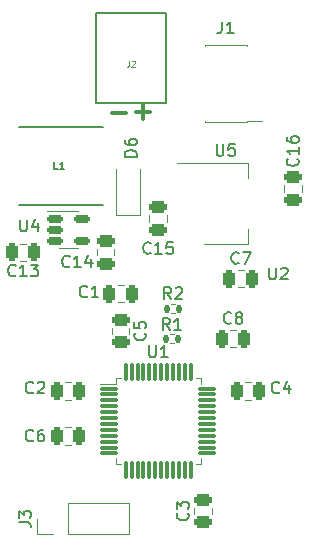
<source format=gto>
%TF.GenerationSoftware,KiCad,Pcbnew,(6.0.2)*%
%TF.CreationDate,2023-04-19T08:06:41-04:00*%
%TF.ProjectId,skydiving-altimeter,736b7964-6976-4696-9e67-2d616c74696d,rev?*%
%TF.SameCoordinates,Original*%
%TF.FileFunction,Legend,Top*%
%TF.FilePolarity,Positive*%
%FSLAX46Y46*%
G04 Gerber Fmt 4.6, Leading zero omitted, Abs format (unit mm)*
G04 Created by KiCad (PCBNEW (6.0.2)) date 2023-04-19 08:06:41*
%MOMM*%
%LPD*%
G01*
G04 APERTURE LIST*
G04 Aperture macros list*
%AMRoundRect*
0 Rectangle with rounded corners*
0 $1 Rounding radius*
0 $2 $3 $4 $5 $6 $7 $8 $9 X,Y pos of 4 corners*
0 Add a 4 corners polygon primitive as box body*
4,1,4,$2,$3,$4,$5,$6,$7,$8,$9,$2,$3,0*
0 Add four circle primitives for the rounded corners*
1,1,$1+$1,$2,$3*
1,1,$1+$1,$4,$5*
1,1,$1+$1,$6,$7*
1,1,$1+$1,$8,$9*
0 Add four rect primitives between the rounded corners*
20,1,$1+$1,$2,$3,$4,$5,0*
20,1,$1+$1,$4,$5,$6,$7,0*
20,1,$1+$1,$6,$7,$8,$9,0*
20,1,$1+$1,$8,$9,$2,$3,0*%
G04 Aperture macros list end*
%ADD10C,0.300000*%
%ADD11C,0.150000*%
%ADD12C,0.120000*%
%ADD13C,0.127000*%
%ADD14C,0.200000*%
%ADD15RoundRect,0.250000X-0.475000X0.250000X-0.475000X-0.250000X0.475000X-0.250000X0.475000X0.250000X0*%
%ADD16R,1.700000X1.700000*%
%ADD17O,1.700000X1.700000*%
%ADD18RoundRect,0.150000X-0.512500X-0.150000X0.512500X-0.150000X0.512500X0.150000X-0.512500X0.150000X0*%
%ADD19RoundRect,0.250000X0.250000X0.475000X-0.250000X0.475000X-0.250000X-0.475000X0.250000X-0.475000X0*%
%ADD20RoundRect,0.250000X-0.250000X-0.475000X0.250000X-0.475000X0.250000X0.475000X-0.250000X0.475000X0*%
%ADD21RoundRect,0.135000X-0.135000X-0.185000X0.135000X-0.185000X0.135000X0.185000X-0.135000X0.185000X0*%
%ADD22R,0.325000X0.300000*%
%ADD23R,0.300000X0.325000*%
%ADD24R,1.308000X1.308000*%
%ADD25C,1.308000*%
%ADD26R,2.350000X3.500000*%
%ADD27RoundRect,0.075000X-0.662500X-0.075000X0.662500X-0.075000X0.662500X0.075000X-0.662500X0.075000X0*%
%ADD28RoundRect,0.075000X-0.075000X-0.662500X0.075000X-0.662500X0.075000X0.662500X-0.075000X0.662500X0*%
%ADD29R,2.400000X0.740000*%
%ADD30R,1.100000X1.100000*%
%ADD31R,2.000000X1.500000*%
%ADD32R,2.000000X3.800000*%
%ADD33RoundRect,0.250000X0.475000X-0.250000X0.475000X0.250000X-0.475000X0.250000X-0.475000X-0.250000X0*%
G04 APERTURE END LIST*
D10*
X114236571Y-86975142D02*
X115379428Y-86975142D01*
X116252571Y-86869642D02*
X117395428Y-86869642D01*
X116824000Y-87441071D02*
X116824000Y-86298214D01*
D11*
%TO.C,C16*%
X129897142Y-90812857D02*
X129944761Y-90860476D01*
X129992380Y-91003333D01*
X129992380Y-91098571D01*
X129944761Y-91241428D01*
X129849523Y-91336666D01*
X129754285Y-91384285D01*
X129563809Y-91431904D01*
X129420952Y-91431904D01*
X129230476Y-91384285D01*
X129135238Y-91336666D01*
X129040000Y-91241428D01*
X128992380Y-91098571D01*
X128992380Y-91003333D01*
X129040000Y-90860476D01*
X129087619Y-90812857D01*
X129992380Y-89860476D02*
X129992380Y-90431904D01*
X129992380Y-90146190D02*
X128992380Y-90146190D01*
X129135238Y-90241428D01*
X129230476Y-90336666D01*
X129278095Y-90431904D01*
X128992380Y-89003333D02*
X128992380Y-89193809D01*
X129040000Y-89289047D01*
X129087619Y-89336666D01*
X129230476Y-89431904D01*
X129420952Y-89479523D01*
X129801904Y-89479523D01*
X129897142Y-89431904D01*
X129944761Y-89384285D01*
X129992380Y-89289047D01*
X129992380Y-89098571D01*
X129944761Y-89003333D01*
X129897142Y-88955714D01*
X129801904Y-88908095D01*
X129563809Y-88908095D01*
X129468571Y-88955714D01*
X129420952Y-89003333D01*
X129373333Y-89098571D01*
X129373333Y-89289047D01*
X129420952Y-89384285D01*
X129468571Y-89431904D01*
X129563809Y-89479523D01*
%TO.C,J3*%
X106342380Y-121618333D02*
X107056666Y-121618333D01*
X107199523Y-121665952D01*
X107294761Y-121761190D01*
X107342380Y-121904047D01*
X107342380Y-121999285D01*
X106342380Y-121237380D02*
X106342380Y-120618333D01*
X106723333Y-120951666D01*
X106723333Y-120808809D01*
X106770952Y-120713571D01*
X106818571Y-120665952D01*
X106913809Y-120618333D01*
X107151904Y-120618333D01*
X107247142Y-120665952D01*
X107294761Y-120713571D01*
X107342380Y-120808809D01*
X107342380Y-121094523D01*
X107294761Y-121189761D01*
X107247142Y-121237380D01*
%TO.C,U4*%
X106426095Y-95972380D02*
X106426095Y-96781904D01*
X106473714Y-96877142D01*
X106521333Y-96924761D01*
X106616571Y-96972380D01*
X106807047Y-96972380D01*
X106902285Y-96924761D01*
X106949904Y-96877142D01*
X106997523Y-96781904D01*
X106997523Y-95972380D01*
X107902285Y-96305714D02*
X107902285Y-96972380D01*
X107664190Y-95924761D02*
X107426095Y-96639047D01*
X108045142Y-96639047D01*
%TO.C,C4*%
X128357333Y-110593142D02*
X128309714Y-110640761D01*
X128166857Y-110688380D01*
X128071619Y-110688380D01*
X127928761Y-110640761D01*
X127833523Y-110545523D01*
X127785904Y-110450285D01*
X127738285Y-110259809D01*
X127738285Y-110116952D01*
X127785904Y-109926476D01*
X127833523Y-109831238D01*
X127928761Y-109736000D01*
X128071619Y-109688380D01*
X128166857Y-109688380D01*
X128309714Y-109736000D01*
X128357333Y-109783619D01*
X129214476Y-110021714D02*
X129214476Y-110688380D01*
X128976380Y-109640761D02*
X128738285Y-110355047D01*
X129357333Y-110355047D01*
%TO.C,C1*%
X112101333Y-102465142D02*
X112053714Y-102512761D01*
X111910857Y-102560380D01*
X111815619Y-102560380D01*
X111672761Y-102512761D01*
X111577523Y-102417523D01*
X111529904Y-102322285D01*
X111482285Y-102131809D01*
X111482285Y-101988952D01*
X111529904Y-101798476D01*
X111577523Y-101703238D01*
X111672761Y-101608000D01*
X111815619Y-101560380D01*
X111910857Y-101560380D01*
X112053714Y-101608000D01*
X112101333Y-101655619D01*
X113053714Y-102560380D02*
X112482285Y-102560380D01*
X112768000Y-102560380D02*
X112768000Y-101560380D01*
X112672761Y-101703238D01*
X112577523Y-101798476D01*
X112482285Y-101846095D01*
%TO.C,R1*%
X119088333Y-105327380D02*
X118755000Y-104851190D01*
X118516904Y-105327380D02*
X118516904Y-104327380D01*
X118897857Y-104327380D01*
X118993095Y-104375000D01*
X119040714Y-104422619D01*
X119088333Y-104517857D01*
X119088333Y-104660714D01*
X119040714Y-104755952D01*
X118993095Y-104803571D01*
X118897857Y-104851190D01*
X118516904Y-104851190D01*
X120040714Y-105327380D02*
X119469285Y-105327380D01*
X119755000Y-105327380D02*
X119755000Y-104327380D01*
X119659761Y-104470238D01*
X119564523Y-104565476D01*
X119469285Y-104613095D01*
%TO.C,C14*%
X110609142Y-99925142D02*
X110561523Y-99972761D01*
X110418666Y-100020380D01*
X110323428Y-100020380D01*
X110180571Y-99972761D01*
X110085333Y-99877523D01*
X110037714Y-99782285D01*
X109990095Y-99591809D01*
X109990095Y-99448952D01*
X110037714Y-99258476D01*
X110085333Y-99163238D01*
X110180571Y-99068000D01*
X110323428Y-99020380D01*
X110418666Y-99020380D01*
X110561523Y-99068000D01*
X110609142Y-99115619D01*
X111561523Y-100020380D02*
X110990095Y-100020380D01*
X111275809Y-100020380D02*
X111275809Y-99020380D01*
X111180571Y-99163238D01*
X111085333Y-99258476D01*
X110990095Y-99306095D01*
X112418666Y-99353714D02*
X112418666Y-100020380D01*
X112180571Y-98972761D02*
X111942476Y-99687047D01*
X112561523Y-99687047D01*
%TO.C,R2*%
X119213333Y-102687380D02*
X118880000Y-102211190D01*
X118641904Y-102687380D02*
X118641904Y-101687380D01*
X119022857Y-101687380D01*
X119118095Y-101735000D01*
X119165714Y-101782619D01*
X119213333Y-101877857D01*
X119213333Y-102020714D01*
X119165714Y-102115952D01*
X119118095Y-102163571D01*
X119022857Y-102211190D01*
X118641904Y-102211190D01*
X119594285Y-101782619D02*
X119641904Y-101735000D01*
X119737142Y-101687380D01*
X119975238Y-101687380D01*
X120070476Y-101735000D01*
X120118095Y-101782619D01*
X120165714Y-101877857D01*
X120165714Y-101973095D01*
X120118095Y-102115952D01*
X119546666Y-102687380D01*
X120165714Y-102687380D01*
%TO.C,C2*%
X107529333Y-110593142D02*
X107481714Y-110640761D01*
X107338857Y-110688380D01*
X107243619Y-110688380D01*
X107100761Y-110640761D01*
X107005523Y-110545523D01*
X106957904Y-110450285D01*
X106910285Y-110259809D01*
X106910285Y-110116952D01*
X106957904Y-109926476D01*
X107005523Y-109831238D01*
X107100761Y-109736000D01*
X107243619Y-109688380D01*
X107338857Y-109688380D01*
X107481714Y-109736000D01*
X107529333Y-109783619D01*
X107910285Y-109783619D02*
X107957904Y-109736000D01*
X108053142Y-109688380D01*
X108291238Y-109688380D01*
X108386476Y-109736000D01*
X108434095Y-109783619D01*
X108481714Y-109878857D01*
X108481714Y-109974095D01*
X108434095Y-110116952D01*
X107862666Y-110688380D01*
X108481714Y-110688380D01*
%TO.C,U2*%
X127508095Y-100036380D02*
X127508095Y-100845904D01*
X127555714Y-100941142D01*
X127603333Y-100988761D01*
X127698571Y-101036380D01*
X127889047Y-101036380D01*
X127984285Y-100988761D01*
X128031904Y-100941142D01*
X128079523Y-100845904D01*
X128079523Y-100036380D01*
X128508095Y-100131619D02*
X128555714Y-100084000D01*
X128650952Y-100036380D01*
X128889047Y-100036380D01*
X128984285Y-100084000D01*
X129031904Y-100131619D01*
X129079523Y-100226857D01*
X129079523Y-100322095D01*
X129031904Y-100464952D01*
X128460476Y-101036380D01*
X129079523Y-101036380D01*
D12*
%TO.C,J2*%
X115664000Y-82541142D02*
X115664000Y-82884000D01*
X115641142Y-82952571D01*
X115595428Y-82998285D01*
X115526857Y-83021142D01*
X115481142Y-83021142D01*
X115869714Y-82586857D02*
X115892571Y-82564000D01*
X115938285Y-82541142D01*
X116052571Y-82541142D01*
X116098285Y-82564000D01*
X116121142Y-82586857D01*
X116144000Y-82632571D01*
X116144000Y-82678285D01*
X116121142Y-82746857D01*
X115846857Y-83021142D01*
X116144000Y-83021142D01*
D11*
%TO.C,C13*%
X106037142Y-100687142D02*
X105989523Y-100734761D01*
X105846666Y-100782380D01*
X105751428Y-100782380D01*
X105608571Y-100734761D01*
X105513333Y-100639523D01*
X105465714Y-100544285D01*
X105418095Y-100353809D01*
X105418095Y-100210952D01*
X105465714Y-100020476D01*
X105513333Y-99925238D01*
X105608571Y-99830000D01*
X105751428Y-99782380D01*
X105846666Y-99782380D01*
X105989523Y-99830000D01*
X106037142Y-99877619D01*
X106989523Y-100782380D02*
X106418095Y-100782380D01*
X106703809Y-100782380D02*
X106703809Y-99782380D01*
X106608571Y-99925238D01*
X106513333Y-100020476D01*
X106418095Y-100068095D01*
X107322857Y-99782380D02*
X107941904Y-99782380D01*
X107608571Y-100163333D01*
X107751428Y-100163333D01*
X107846666Y-100210952D01*
X107894285Y-100258571D01*
X107941904Y-100353809D01*
X107941904Y-100591904D01*
X107894285Y-100687142D01*
X107846666Y-100734761D01*
X107751428Y-100782380D01*
X107465714Y-100782380D01*
X107370476Y-100734761D01*
X107322857Y-100687142D01*
%TO.C,C6*%
X107529333Y-114657142D02*
X107481714Y-114704761D01*
X107338857Y-114752380D01*
X107243619Y-114752380D01*
X107100761Y-114704761D01*
X107005523Y-114609523D01*
X106957904Y-114514285D01*
X106910285Y-114323809D01*
X106910285Y-114180952D01*
X106957904Y-113990476D01*
X107005523Y-113895238D01*
X107100761Y-113800000D01*
X107243619Y-113752380D01*
X107338857Y-113752380D01*
X107481714Y-113800000D01*
X107529333Y-113847619D01*
X108386476Y-113752380D02*
X108196000Y-113752380D01*
X108100761Y-113800000D01*
X108053142Y-113847619D01*
X107957904Y-113990476D01*
X107910285Y-114180952D01*
X107910285Y-114561904D01*
X107957904Y-114657142D01*
X108005523Y-114704761D01*
X108100761Y-114752380D01*
X108291238Y-114752380D01*
X108386476Y-114704761D01*
X108434095Y-114657142D01*
X108481714Y-114561904D01*
X108481714Y-114323809D01*
X108434095Y-114228571D01*
X108386476Y-114180952D01*
X108291238Y-114133333D01*
X108100761Y-114133333D01*
X108005523Y-114180952D01*
X107957904Y-114228571D01*
X107910285Y-114323809D01*
%TO.C,L1*%
X109621333Y-91729523D02*
X109316571Y-91729523D01*
X109316571Y-91089523D01*
X110169904Y-91729523D02*
X109804190Y-91729523D01*
X109987047Y-91729523D02*
X109987047Y-91089523D01*
X109926095Y-91180952D01*
X109865142Y-91241904D01*
X109804190Y-91272380D01*
%TO.C,C15*%
X117467142Y-98782142D02*
X117419523Y-98829761D01*
X117276666Y-98877380D01*
X117181428Y-98877380D01*
X117038571Y-98829761D01*
X116943333Y-98734523D01*
X116895714Y-98639285D01*
X116848095Y-98448809D01*
X116848095Y-98305952D01*
X116895714Y-98115476D01*
X116943333Y-98020238D01*
X117038571Y-97925000D01*
X117181428Y-97877380D01*
X117276666Y-97877380D01*
X117419523Y-97925000D01*
X117467142Y-97972619D01*
X118419523Y-98877380D02*
X117848095Y-98877380D01*
X118133809Y-98877380D02*
X118133809Y-97877380D01*
X118038571Y-98020238D01*
X117943333Y-98115476D01*
X117848095Y-98163095D01*
X119324285Y-97877380D02*
X118848095Y-97877380D01*
X118800476Y-98353571D01*
X118848095Y-98305952D01*
X118943333Y-98258333D01*
X119181428Y-98258333D01*
X119276666Y-98305952D01*
X119324285Y-98353571D01*
X119371904Y-98448809D01*
X119371904Y-98686904D01*
X119324285Y-98782142D01*
X119276666Y-98829761D01*
X119181428Y-98877380D01*
X118943333Y-98877380D01*
X118848095Y-98829761D01*
X118800476Y-98782142D01*
%TO.C,C7*%
X124928333Y-99642142D02*
X124880714Y-99689761D01*
X124737857Y-99737380D01*
X124642619Y-99737380D01*
X124499761Y-99689761D01*
X124404523Y-99594523D01*
X124356904Y-99499285D01*
X124309285Y-99308809D01*
X124309285Y-99165952D01*
X124356904Y-98975476D01*
X124404523Y-98880238D01*
X124499761Y-98785000D01*
X124642619Y-98737380D01*
X124737857Y-98737380D01*
X124880714Y-98785000D01*
X124928333Y-98832619D01*
X125261666Y-98737380D02*
X125928333Y-98737380D01*
X125499761Y-99737380D01*
%TO.C,C5*%
X116972142Y-105576666D02*
X117019761Y-105624285D01*
X117067380Y-105767142D01*
X117067380Y-105862380D01*
X117019761Y-106005238D01*
X116924523Y-106100476D01*
X116829285Y-106148095D01*
X116638809Y-106195714D01*
X116495952Y-106195714D01*
X116305476Y-106148095D01*
X116210238Y-106100476D01*
X116115000Y-106005238D01*
X116067380Y-105862380D01*
X116067380Y-105767142D01*
X116115000Y-105624285D01*
X116162619Y-105576666D01*
X116067380Y-104671904D02*
X116067380Y-105148095D01*
X116543571Y-105195714D01*
X116495952Y-105148095D01*
X116448333Y-105052857D01*
X116448333Y-104814761D01*
X116495952Y-104719523D01*
X116543571Y-104671904D01*
X116638809Y-104624285D01*
X116876904Y-104624285D01*
X116972142Y-104671904D01*
X117019761Y-104719523D01*
X117067380Y-104814761D01*
X117067380Y-105052857D01*
X117019761Y-105148095D01*
X116972142Y-105195714D01*
%TO.C,U1*%
X117348095Y-106632380D02*
X117348095Y-107441904D01*
X117395714Y-107537142D01*
X117443333Y-107584761D01*
X117538571Y-107632380D01*
X117729047Y-107632380D01*
X117824285Y-107584761D01*
X117871904Y-107537142D01*
X117919523Y-107441904D01*
X117919523Y-106632380D01*
X118919523Y-107632380D02*
X118348095Y-107632380D01*
X118633809Y-107632380D02*
X118633809Y-106632380D01*
X118538571Y-106775238D01*
X118443333Y-106870476D01*
X118348095Y-106918095D01*
%TO.C,J1*%
X123491666Y-79208380D02*
X123491666Y-79922666D01*
X123444047Y-80065523D01*
X123348809Y-80160761D01*
X123205952Y-80208380D01*
X123110714Y-80208380D01*
X124491666Y-80208380D02*
X123920238Y-80208380D01*
X124205952Y-80208380D02*
X124205952Y-79208380D01*
X124110714Y-79351238D01*
X124015476Y-79446476D01*
X123920238Y-79494095D01*
%TO.C,D6*%
X116276380Y-90654095D02*
X115276380Y-90654095D01*
X115276380Y-90416000D01*
X115324000Y-90273142D01*
X115419238Y-90177904D01*
X115514476Y-90130285D01*
X115704952Y-90082666D01*
X115847809Y-90082666D01*
X116038285Y-90130285D01*
X116133523Y-90177904D01*
X116228761Y-90273142D01*
X116276380Y-90416000D01*
X116276380Y-90654095D01*
X115276380Y-89225523D02*
X115276380Y-89416000D01*
X115324000Y-89511238D01*
X115371619Y-89558857D01*
X115514476Y-89654095D01*
X115704952Y-89701714D01*
X116085904Y-89701714D01*
X116181142Y-89654095D01*
X116228761Y-89606476D01*
X116276380Y-89511238D01*
X116276380Y-89320761D01*
X116228761Y-89225523D01*
X116181142Y-89177904D01*
X116085904Y-89130285D01*
X115847809Y-89130285D01*
X115752571Y-89177904D01*
X115704952Y-89225523D01*
X115657333Y-89320761D01*
X115657333Y-89511238D01*
X115704952Y-89606476D01*
X115752571Y-89654095D01*
X115847809Y-89701714D01*
%TO.C,U5*%
X123063095Y-89567380D02*
X123063095Y-90376904D01*
X123110714Y-90472142D01*
X123158333Y-90519761D01*
X123253571Y-90567380D01*
X123444047Y-90567380D01*
X123539285Y-90519761D01*
X123586904Y-90472142D01*
X123634523Y-90376904D01*
X123634523Y-89567380D01*
X124586904Y-89567380D02*
X124110714Y-89567380D01*
X124063095Y-90043571D01*
X124110714Y-89995952D01*
X124205952Y-89948333D01*
X124444047Y-89948333D01*
X124539285Y-89995952D01*
X124586904Y-90043571D01*
X124634523Y-90138809D01*
X124634523Y-90376904D01*
X124586904Y-90472142D01*
X124539285Y-90519761D01*
X124444047Y-90567380D01*
X124205952Y-90567380D01*
X124110714Y-90519761D01*
X124063095Y-90472142D01*
%TO.C,C3*%
X120597142Y-120816666D02*
X120644761Y-120864285D01*
X120692380Y-121007142D01*
X120692380Y-121102380D01*
X120644761Y-121245238D01*
X120549523Y-121340476D01*
X120454285Y-121388095D01*
X120263809Y-121435714D01*
X120120952Y-121435714D01*
X119930476Y-121388095D01*
X119835238Y-121340476D01*
X119740000Y-121245238D01*
X119692380Y-121102380D01*
X119692380Y-121007142D01*
X119740000Y-120864285D01*
X119787619Y-120816666D01*
X119692380Y-120483333D02*
X119692380Y-119864285D01*
X120073333Y-120197619D01*
X120073333Y-120054761D01*
X120120952Y-119959523D01*
X120168571Y-119911904D01*
X120263809Y-119864285D01*
X120501904Y-119864285D01*
X120597142Y-119911904D01*
X120644761Y-119959523D01*
X120692380Y-120054761D01*
X120692380Y-120340476D01*
X120644761Y-120435714D01*
X120597142Y-120483333D01*
%TO.C,C8*%
X124293333Y-104722142D02*
X124245714Y-104769761D01*
X124102857Y-104817380D01*
X124007619Y-104817380D01*
X123864761Y-104769761D01*
X123769523Y-104674523D01*
X123721904Y-104579285D01*
X123674285Y-104388809D01*
X123674285Y-104245952D01*
X123721904Y-104055476D01*
X123769523Y-103960238D01*
X123864761Y-103865000D01*
X124007619Y-103817380D01*
X124102857Y-103817380D01*
X124245714Y-103865000D01*
X124293333Y-103912619D01*
X124864761Y-104245952D02*
X124769523Y-104198333D01*
X124721904Y-104150714D01*
X124674285Y-104055476D01*
X124674285Y-104007857D01*
X124721904Y-103912619D01*
X124769523Y-103865000D01*
X124864761Y-103817380D01*
X125055238Y-103817380D01*
X125150476Y-103865000D01*
X125198095Y-103912619D01*
X125245714Y-104007857D01*
X125245714Y-104055476D01*
X125198095Y-104150714D01*
X125150476Y-104198333D01*
X125055238Y-104245952D01*
X124864761Y-104245952D01*
X124769523Y-104293571D01*
X124721904Y-104341190D01*
X124674285Y-104436428D01*
X124674285Y-104626904D01*
X124721904Y-104722142D01*
X124769523Y-104769761D01*
X124864761Y-104817380D01*
X125055238Y-104817380D01*
X125150476Y-104769761D01*
X125198095Y-104722142D01*
X125245714Y-104626904D01*
X125245714Y-104436428D01*
X125198095Y-104341190D01*
X125150476Y-104293571D01*
X125055238Y-104245952D01*
D12*
%TO.C,C16*%
X130275000Y-93083748D02*
X130275000Y-93606252D01*
X128805000Y-93083748D02*
X128805000Y-93606252D01*
%TO.C,J3*%
X115630000Y-122615000D02*
X115630000Y-119955000D01*
X110490000Y-122615000D02*
X115630000Y-122615000D01*
X110490000Y-122615000D02*
X110490000Y-119955000D01*
X107890000Y-122615000D02*
X107890000Y-121285000D01*
X109220000Y-122615000D02*
X107890000Y-122615000D01*
X110490000Y-119955000D02*
X115630000Y-119955000D01*
%TO.C,U4*%
X110490000Y-95280000D02*
X108690000Y-95280000D01*
X110490000Y-95280000D02*
X111290000Y-95280000D01*
X110490000Y-98400000D02*
X111290000Y-98400000D01*
X110490000Y-98400000D02*
X109690000Y-98400000D01*
%TO.C,C4*%
X125991252Y-111225000D02*
X125468748Y-111225000D01*
X125991252Y-109755000D02*
X125468748Y-109755000D01*
%TO.C,C1*%
X114673748Y-102970000D02*
X115196252Y-102970000D01*
X114673748Y-101500000D02*
X115196252Y-101500000D01*
%TO.C,R1*%
X119101359Y-105665000D02*
X119408641Y-105665000D01*
X119101359Y-106425000D02*
X119408641Y-106425000D01*
%TO.C,C14*%
X114400000Y-98483748D02*
X114400000Y-99006252D01*
X112930000Y-98483748D02*
X112930000Y-99006252D01*
%TO.C,R2*%
X119226359Y-103125000D02*
X119533641Y-103125000D01*
X119226359Y-103885000D02*
X119533641Y-103885000D01*
%TO.C,C2*%
X110751252Y-109755000D02*
X110228748Y-109755000D01*
X110751252Y-111225000D02*
X110228748Y-111225000D01*
%TO.C,U2*%
X127470001Y-101435000D02*
G75*
G03*
X127470001Y-101435000I-1J0D01*
G01*
D13*
%TO.C,J2*%
X118774000Y-78512500D02*
X118774000Y-86112500D01*
X118774000Y-86112500D02*
X112874000Y-86112500D01*
X112874000Y-86112500D02*
X112874000Y-78512500D01*
X112874000Y-78512500D02*
X118774000Y-78512500D01*
D14*
X116924000Y-86662500D02*
G75*
G03*
X116924000Y-86662500I-100000J0D01*
G01*
D12*
%TO.C,C13*%
X106941252Y-98010000D02*
X106418748Y-98010000D01*
X106941252Y-99480000D02*
X106418748Y-99480000D01*
%TO.C,C6*%
X110228748Y-113565000D02*
X110751252Y-113565000D01*
X110228748Y-115035000D02*
X110751252Y-115035000D01*
D13*
%TO.C,L1*%
X106305000Y-88140000D02*
X113405000Y-88140000D01*
X106305000Y-94740000D02*
X113405000Y-94740000D01*
D12*
%TO.C,C15*%
X117375000Y-95623748D02*
X117375000Y-96146252D01*
X118845000Y-95623748D02*
X118845000Y-96146252D01*
%TO.C,C7*%
X124833748Y-100230000D02*
X125356252Y-100230000D01*
X124833748Y-101700000D02*
X125356252Y-101700000D01*
%TO.C,C5*%
X115670000Y-105148748D02*
X115670000Y-105671252D01*
X114200000Y-105148748D02*
X114200000Y-105671252D01*
%TO.C,U1*%
X121720000Y-109420000D02*
X121720000Y-109870000D01*
X114500000Y-109870000D02*
X113210000Y-109870000D01*
X121270000Y-109420000D02*
X121720000Y-109420000D01*
X121720000Y-116640000D02*
X121720000Y-116190000D01*
X114500000Y-109420000D02*
X114500000Y-109870000D01*
X114500000Y-116640000D02*
X114500000Y-116190000D01*
X121270000Y-116640000D02*
X121720000Y-116640000D01*
X114950000Y-116640000D02*
X114500000Y-116640000D01*
X114950000Y-109420000D02*
X114500000Y-109420000D01*
%TO.C,J1*%
X126915000Y-87625000D02*
X125590000Y-87625000D01*
X125590000Y-87690000D02*
X122060000Y-87690000D01*
X125590000Y-81285000D02*
X125590000Y-81220000D01*
X125590000Y-81220000D02*
X122060000Y-81220000D01*
X125590000Y-87690000D02*
X125590000Y-87625000D01*
X122060000Y-81285000D02*
X122060000Y-81220000D01*
X122060000Y-87690000D02*
X122060000Y-87625000D01*
%TO.C,D6*%
X114570000Y-95545000D02*
X116570000Y-95545000D01*
X116570000Y-95545000D02*
X116570000Y-91695000D01*
X114570000Y-95545000D02*
X114570000Y-91695000D01*
%TO.C,U5*%
X121975000Y-98025000D02*
X125735000Y-98025000D01*
X119725000Y-91205000D02*
X125735000Y-91205000D01*
X125735000Y-91205000D02*
X125735000Y-92465000D01*
X125735000Y-98025000D02*
X125735000Y-96765000D01*
%TO.C,C3*%
X121185000Y-120911252D02*
X121185000Y-120388748D01*
X122655000Y-120911252D02*
X122655000Y-120388748D01*
%TO.C,C8*%
X124198748Y-105310000D02*
X124721252Y-105310000D01*
X124198748Y-106780000D02*
X124721252Y-106780000D01*
%TD*%
%LPC*%
D15*
%TO.C,C16*%
X129540000Y-92395000D03*
X129540000Y-94295000D03*
%TD*%
D16*
%TO.C,J3*%
X109220000Y-121285000D03*
D17*
X111760000Y-121285000D03*
X114300000Y-121285000D03*
%TD*%
D18*
%TO.C,U4*%
X109352500Y-95890000D03*
X109352500Y-96840000D03*
X109352500Y-97790000D03*
X111627500Y-97790000D03*
X111627500Y-95890000D03*
%TD*%
D19*
%TO.C,C4*%
X126680000Y-110490000D03*
X124780000Y-110490000D03*
%TD*%
D20*
%TO.C,C1*%
X113985000Y-102235000D03*
X115885000Y-102235000D03*
%TD*%
D21*
%TO.C,R1*%
X118745000Y-106045000D03*
X119765000Y-106045000D03*
%TD*%
D15*
%TO.C,C14*%
X113665000Y-97795000D03*
X113665000Y-99695000D03*
%TD*%
D21*
%TO.C,R2*%
X118870000Y-103505000D03*
X119890000Y-103505000D03*
%TD*%
D19*
%TO.C,C2*%
X111440000Y-110490000D03*
X109540000Y-110490000D03*
%TD*%
D22*
%TO.C,U2*%
X127520000Y-101985000D03*
X127520000Y-102485000D03*
D23*
X127770000Y-103010000D03*
X128270000Y-103010000D03*
X128770000Y-103010000D03*
D22*
X129020000Y-102485000D03*
X129020000Y-101985000D03*
X128770000Y-101460000D03*
X128270000Y-101460000D03*
X127770000Y-101460000D03*
%TD*%
D24*
%TO.C,J2*%
X116824000Y-84762500D03*
D25*
X114824000Y-84762500D03*
%TD*%
D19*
%TO.C,C13*%
X107630000Y-98745000D03*
X105730000Y-98745000D03*
%TD*%
D20*
%TO.C,C6*%
X109540000Y-114300000D03*
X111440000Y-114300000D03*
%TD*%
D26*
%TO.C,L1*%
X106830000Y-91440000D03*
X112880000Y-91440000D03*
%TD*%
D15*
%TO.C,C15*%
X118110000Y-94935000D03*
X118110000Y-96835000D03*
%TD*%
D20*
%TO.C,C7*%
X124145000Y-100965000D03*
X126045000Y-100965000D03*
%TD*%
D15*
%TO.C,C5*%
X114935000Y-104460000D03*
X114935000Y-106360000D03*
%TD*%
D27*
%TO.C,U1*%
X113947500Y-110280000D03*
X113947500Y-110780000D03*
X113947500Y-111280000D03*
X113947500Y-111780000D03*
X113947500Y-112280000D03*
X113947500Y-112780000D03*
X113947500Y-113280000D03*
X113947500Y-113780000D03*
X113947500Y-114280000D03*
X113947500Y-114780000D03*
X113947500Y-115280000D03*
X113947500Y-115780000D03*
D28*
X115360000Y-117192500D03*
X115860000Y-117192500D03*
X116360000Y-117192500D03*
X116860000Y-117192500D03*
X117360000Y-117192500D03*
X117860000Y-117192500D03*
X118360000Y-117192500D03*
X118860000Y-117192500D03*
X119360000Y-117192500D03*
X119860000Y-117192500D03*
X120360000Y-117192500D03*
X120860000Y-117192500D03*
D27*
X122272500Y-115780000D03*
X122272500Y-115280000D03*
X122272500Y-114780000D03*
X122272500Y-114280000D03*
X122272500Y-113780000D03*
X122272500Y-113280000D03*
X122272500Y-112780000D03*
X122272500Y-112280000D03*
X122272500Y-111780000D03*
X122272500Y-111280000D03*
X122272500Y-110780000D03*
X122272500Y-110280000D03*
D28*
X120860000Y-108867500D03*
X120360000Y-108867500D03*
X119860000Y-108867500D03*
X119360000Y-108867500D03*
X118860000Y-108867500D03*
X118360000Y-108867500D03*
X117860000Y-108867500D03*
X117360000Y-108867500D03*
X116860000Y-108867500D03*
X116360000Y-108867500D03*
X115860000Y-108867500D03*
X115360000Y-108867500D03*
%TD*%
D29*
%TO.C,J1*%
X125775000Y-86995000D03*
X121875000Y-86995000D03*
X125775000Y-85725000D03*
X121875000Y-85725000D03*
X125775000Y-84455000D03*
X121875000Y-84455000D03*
X125775000Y-83185000D03*
X121875000Y-83185000D03*
X125775000Y-81915000D03*
X121875000Y-81915000D03*
%TD*%
D30*
%TO.C,D6*%
X115570000Y-94745000D03*
X115570000Y-91945000D03*
%TD*%
D31*
%TO.C,U5*%
X120675000Y-92315000D03*
X120675000Y-94615000D03*
X120675000Y-96915000D03*
D32*
X126975000Y-94615000D03*
%TD*%
D33*
%TO.C,C3*%
X121920000Y-121600000D03*
X121920000Y-119700000D03*
%TD*%
D20*
%TO.C,C8*%
X123510000Y-106045000D03*
X125410000Y-106045000D03*
%TD*%
M02*

</source>
